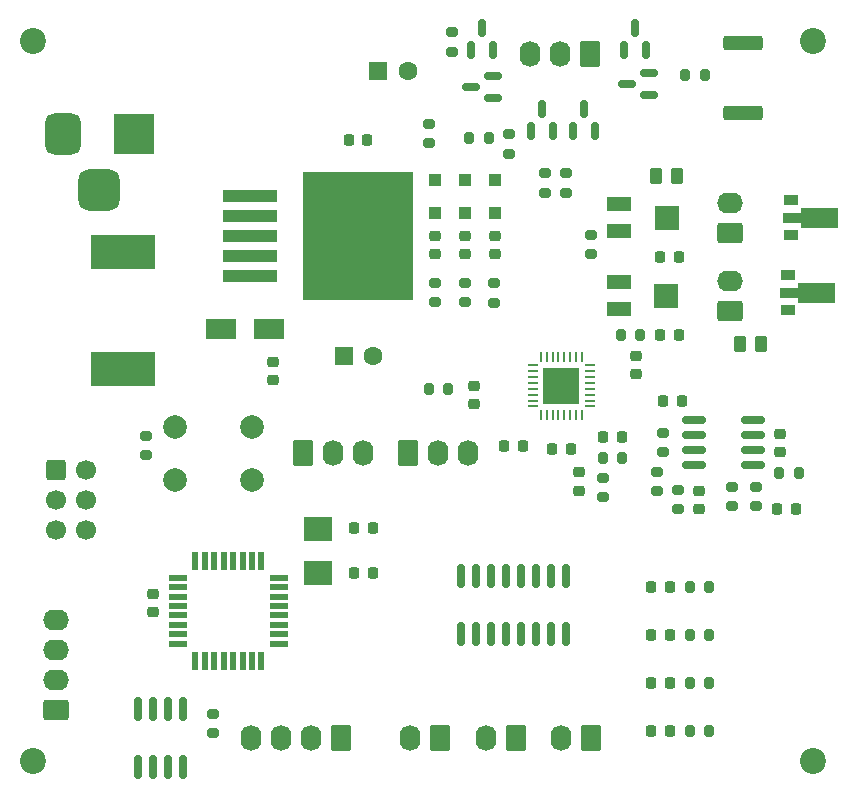
<source format=gbr>
%TF.GenerationSoftware,KiCad,Pcbnew,6.0.11+dfsg-1~bpo11+1*%
%TF.CreationDate,2023-02-26T16:43:03+01:00*%
%TF.ProjectId,gun_board,67756e5f-626f-4617-9264-2e6b69636164,rev?*%
%TF.SameCoordinates,PX6940178PY3a87660*%
%TF.FileFunction,Soldermask,Top*%
%TF.FilePolarity,Negative*%
%FSLAX46Y46*%
G04 Gerber Fmt 4.6, Leading zero omitted, Abs format (unit mm)*
G04 Created by KiCad (PCBNEW 6.0.11+dfsg-1~bpo11+1) date 2023-02-26 16:43:03*
%MOMM*%
%LPD*%
G01*
G04 APERTURE LIST*
G04 Aperture macros list*
%AMRoundRect*
0 Rectangle with rounded corners*
0 $1 Rounding radius*
0 $2 $3 $4 $5 $6 $7 $8 $9 X,Y pos of 4 corners*
0 Add a 4 corners polygon primitive as box body*
4,1,4,$2,$3,$4,$5,$6,$7,$8,$9,$2,$3,0*
0 Add four circle primitives for the rounded corners*
1,1,$1+$1,$2,$3*
1,1,$1+$1,$4,$5*
1,1,$1+$1,$6,$7*
1,1,$1+$1,$8,$9*
0 Add four rect primitives between the rounded corners*
20,1,$1+$1,$2,$3,$4,$5,0*
20,1,$1+$1,$4,$5,$6,$7,0*
20,1,$1+$1,$6,$7,$8,$9,0*
20,1,$1+$1,$8,$9,$2,$3,0*%
%AMFreePoly0*
4,1,9,3.862500,-0.866500,0.737500,-0.866500,0.737500,-0.450000,-0.737500,-0.450000,-0.737500,0.450000,0.737500,0.450000,0.737500,0.866500,3.862500,0.866500,3.862500,-0.866500,3.862500,-0.866500,$1*%
G04 Aperture macros list end*
%ADD10R,3.500000X3.500000*%
%ADD11RoundRect,0.750000X-0.750000X-1.000000X0.750000X-1.000000X0.750000X1.000000X-0.750000X1.000000X0*%
%ADD12RoundRect,0.875000X-0.875000X-0.875000X0.875000X-0.875000X0.875000X0.875000X-0.875000X0.875000X0*%
%ADD13R,1.600000X1.600000*%
%ADD14C,1.600000*%
%ADD15RoundRect,0.225000X-0.225000X-0.250000X0.225000X-0.250000X0.225000X0.250000X-0.225000X0.250000X0*%
%ADD16RoundRect,0.200000X-0.275000X0.200000X-0.275000X-0.200000X0.275000X-0.200000X0.275000X0.200000X0*%
%ADD17RoundRect,0.250000X0.620000X0.845000X-0.620000X0.845000X-0.620000X-0.845000X0.620000X-0.845000X0*%
%ADD18O,1.740000X2.190000*%
%ADD19RoundRect,0.200000X-0.200000X-0.275000X0.200000X-0.275000X0.200000X0.275000X-0.200000X0.275000X0*%
%ADD20R,1.100000X1.100000*%
%ADD21R,1.300000X0.900000*%
%ADD22FreePoly0,0.000000*%
%ADD23RoundRect,0.250000X0.262500X0.450000X-0.262500X0.450000X-0.262500X-0.450000X0.262500X-0.450000X0*%
%ADD24RoundRect,0.200000X0.275000X-0.200000X0.275000X0.200000X-0.275000X0.200000X-0.275000X-0.200000X0*%
%ADD25RoundRect,0.225000X-0.250000X0.225000X-0.250000X-0.225000X0.250000X-0.225000X0.250000X0.225000X0*%
%ADD26RoundRect,0.062500X-0.062500X0.375000X-0.062500X-0.375000X0.062500X-0.375000X0.062500X0.375000X0*%
%ADD27RoundRect,0.062500X-0.375000X0.062500X-0.375000X-0.062500X0.375000X-0.062500X0.375000X0.062500X0*%
%ADD28R,3.100000X3.100000*%
%ADD29RoundRect,0.225000X0.250000X-0.225000X0.250000X0.225000X-0.250000X0.225000X-0.250000X-0.225000X0*%
%ADD30C,2.200000*%
%ADD31RoundRect,0.250000X1.425000X-0.362500X1.425000X0.362500X-1.425000X0.362500X-1.425000X-0.362500X0*%
%ADD32RoundRect,0.150000X0.587500X0.150000X-0.587500X0.150000X-0.587500X-0.150000X0.587500X-0.150000X0*%
%ADD33C,2.000000*%
%ADD34RoundRect,0.250000X0.845000X-0.620000X0.845000X0.620000X-0.845000X0.620000X-0.845000X-0.620000X0*%
%ADD35O,2.190000X1.740000*%
%ADD36R,2.500000X1.800000*%
%ADD37RoundRect,0.218750X-0.218750X-0.256250X0.218750X-0.256250X0.218750X0.256250X-0.218750X0.256250X0*%
%ADD38RoundRect,0.200000X0.200000X0.275000X-0.200000X0.275000X-0.200000X-0.275000X0.200000X-0.275000X0*%
%ADD39RoundRect,0.150000X-0.150000X0.825000X-0.150000X-0.825000X0.150000X-0.825000X0.150000X0.825000X0*%
%ADD40RoundRect,0.250000X-0.620000X-0.845000X0.620000X-0.845000X0.620000X0.845000X-0.620000X0.845000X0*%
%ADD41RoundRect,0.250000X-0.262500X-0.450000X0.262500X-0.450000X0.262500X0.450000X-0.262500X0.450000X0*%
%ADD42R,2.000000X1.300000*%
%ADD43R,2.000000X2.000000*%
%ADD44RoundRect,0.150000X-0.825000X-0.150000X0.825000X-0.150000X0.825000X0.150000X-0.825000X0.150000X0*%
%ADD45RoundRect,0.250000X-0.600000X-0.600000X0.600000X-0.600000X0.600000X0.600000X-0.600000X0.600000X0*%
%ADD46C,1.700000*%
%ADD47R,5.400000X2.900000*%
%ADD48R,2.400000X2.000000*%
%ADD49RoundRect,0.150000X0.150000X-0.587500X0.150000X0.587500X-0.150000X0.587500X-0.150000X-0.587500X0*%
%ADD50R,4.600000X1.100000*%
%ADD51R,9.400000X10.800000*%
%ADD52RoundRect,0.225000X0.225000X0.250000X-0.225000X0.250000X-0.225000X-0.250000X0.225000X-0.250000X0*%
%ADD53R,1.600000X0.550000*%
%ADD54R,0.550000X1.600000*%
G04 APERTURE END LIST*
D10*
%TO.C,J2*%
X11080000Y-10472500D03*
D11*
X5080000Y-10472500D03*
D12*
X8080000Y-15172500D03*
%TD*%
D13*
%TO.C,C6*%
X28811776Y-29210000D03*
D14*
X31311776Y-29210000D03*
%TD*%
D13*
%TO.C,C4*%
X31750000Y-5080000D03*
D14*
X34250000Y-5080000D03*
%TD*%
D15*
%TO.C,C10*%
X55613000Y-20828000D03*
X57163000Y-20828000D03*
%TD*%
D16*
%TO.C,R17*%
X50800000Y-39561000D03*
X50800000Y-41211000D03*
%TD*%
D17*
%TO.C,PIO1*%
X49784000Y-61537000D03*
D18*
X47244000Y-61537000D03*
%TD*%
D19*
%TO.C,R18*%
X50737000Y-37846000D03*
X52387000Y-37846000D03*
%TD*%
D20*
%TO.C,D6*%
X36576000Y-17148000D03*
X36576000Y-14348000D03*
%TD*%
D21*
%TO.C,Q2*%
X66422000Y-22376000D03*
D22*
X66509500Y-23876000D03*
D21*
X66422000Y-25376000D03*
%TD*%
D23*
%TO.C,R11*%
X57046500Y-13970000D03*
X55221500Y-13970000D03*
%TD*%
D24*
%TO.C,R7*%
X57150000Y-42227000D03*
X57150000Y-40577000D03*
%TD*%
D25*
%TO.C,C22*%
X41588000Y-19037000D03*
X41588000Y-20587000D03*
%TD*%
D15*
%TO.C,C1*%
X29705000Y-47625000D03*
X31255000Y-47625000D03*
%TD*%
D24*
%TO.C,R12*%
X61722000Y-41973000D03*
X61722000Y-40323000D03*
%TD*%
D26*
%TO.C,U6*%
X48994000Y-29312500D03*
X48494000Y-29312500D03*
X47994000Y-29312500D03*
X47494000Y-29312500D03*
X46994000Y-29312500D03*
X46494000Y-29312500D03*
X45994000Y-29312500D03*
X45494000Y-29312500D03*
D27*
X44806500Y-30000000D03*
X44806500Y-30500000D03*
X44806500Y-31000000D03*
X44806500Y-31500000D03*
X44806500Y-32000000D03*
X44806500Y-32500000D03*
X44806500Y-33000000D03*
X44806500Y-33500000D03*
D26*
X45494000Y-34187500D03*
X45994000Y-34187500D03*
X46494000Y-34187500D03*
X46994000Y-34187500D03*
X47494000Y-34187500D03*
X47994000Y-34187500D03*
X48494000Y-34187500D03*
X48994000Y-34187500D03*
D27*
X49681500Y-33500000D03*
X49681500Y-33000000D03*
X49681500Y-32500000D03*
X49681500Y-32000000D03*
X49681500Y-31500000D03*
X49681500Y-31000000D03*
X49681500Y-30500000D03*
X49681500Y-30000000D03*
D28*
X47244000Y-31750000D03*
%TD*%
D29*
%TO.C,C18*%
X53594000Y-30747000D03*
X53594000Y-29197000D03*
%TD*%
D30*
%TO.C,REF\u002A\u002A*%
X68580000Y-2540000D03*
%TD*%
D17*
%TO.C,PIO2*%
X43372000Y-61537000D03*
D18*
X40832000Y-61537000D03*
%TD*%
D31*
%TO.C,R27*%
X62611000Y-8646500D03*
X62611000Y-2721500D03*
%TD*%
D24*
%TO.C,R22*%
X42799000Y-12097000D03*
X42799000Y-10447000D03*
%TD*%
D32*
%TO.C,Q3*%
X41450500Y-7396000D03*
X41450500Y-5496000D03*
X39575500Y-6446000D03*
%TD*%
D24*
%TO.C,R13*%
X63754000Y-41973000D03*
X63754000Y-40323000D03*
%TD*%
D33*
%TO.C,RESET*%
X21030000Y-35215000D03*
X14530000Y-35215000D03*
X21030000Y-39715000D03*
X14530000Y-39715000D03*
%TD*%
D34*
%TO.C,DCM2*%
X61508000Y-25400000D03*
D35*
X61508000Y-22860000D03*
%TD*%
D36*
%TO.C,D1*%
X18460320Y-26976380D03*
X22460320Y-26976380D03*
%TD*%
D25*
%TO.C,C21*%
X39116000Y-19037000D03*
X39116000Y-20587000D03*
%TD*%
D29*
%TO.C,C7*%
X22860000Y-31255000D03*
X22860000Y-29705000D03*
%TD*%
D15*
%TO.C,C13*%
X55626000Y-27432000D03*
X57176000Y-27432000D03*
%TD*%
D16*
%TO.C,R20*%
X36068000Y-9589000D03*
X36068000Y-11239000D03*
%TD*%
D37*
%TO.C,5V power*%
X54838500Y-52832000D03*
X56413500Y-52832000D03*
%TD*%
D38*
%TO.C,R15*%
X53911000Y-27432000D03*
X52261000Y-27432000D03*
%TD*%
D39*
%TO.C,U3*%
X15240000Y-59120000D03*
X13970000Y-59120000D03*
X12700000Y-59120000D03*
X11430000Y-59120000D03*
X11430000Y-64070000D03*
X12700000Y-64070000D03*
X13970000Y-64070000D03*
X15240000Y-64070000D03*
%TD*%
D38*
%TO.C,R2*%
X59753000Y-52832000D03*
X58103000Y-52832000D03*
%TD*%
D25*
%TO.C,C15*%
X48768000Y-39090000D03*
X48768000Y-40640000D03*
%TD*%
D24*
%TO.C,R23*%
X47625000Y-15399000D03*
X47625000Y-13749000D03*
%TD*%
D40*
%TO.C,SERVO 2*%
X25400000Y-37465000D03*
D18*
X27940000Y-37465000D03*
X30480000Y-37465000D03*
%TD*%
D15*
%TO.C,C11*%
X65519000Y-42164000D03*
X67069000Y-42164000D03*
%TD*%
D30*
%TO.C,REF\u002A\u002A*%
X68580000Y-63500000D03*
%TD*%
D41*
%TO.C,R16*%
X62333500Y-28194000D03*
X64158500Y-28194000D03*
%TD*%
D38*
%TO.C,R1*%
X59753000Y-48768000D03*
X58103000Y-48768000D03*
%TD*%
D37*
%TO.C,5V logic*%
X54838500Y-56896000D03*
X56413500Y-56896000D03*
%TD*%
D38*
%TO.C,R21*%
X41084000Y-10764000D03*
X39434000Y-10764000D03*
%TD*%
D25*
%TO.C,C19*%
X39878000Y-31750000D03*
X39878000Y-33300000D03*
%TD*%
D38*
%TO.C,R4*%
X59753000Y-56896000D03*
X58103000Y-56896000D03*
%TD*%
D25*
%TO.C,C2*%
X12700000Y-49390000D03*
X12700000Y-50940000D03*
%TD*%
D15*
%TO.C,C3*%
X29705000Y-43815000D03*
X31255000Y-43815000D03*
%TD*%
D42*
%TO.C,RV1*%
X52154000Y-16376000D03*
D43*
X56154000Y-17526000D03*
D42*
X52154000Y-18676000D03*
%TD*%
D44*
%TO.C,U4*%
X58485000Y-34671000D03*
X58485000Y-35941000D03*
X58485000Y-37211000D03*
X58485000Y-38481000D03*
X63435000Y-38481000D03*
X63435000Y-37211000D03*
X63435000Y-35941000D03*
X63435000Y-34671000D03*
%TD*%
D24*
%TO.C,R10*%
X49784000Y-20637000D03*
X49784000Y-18987000D03*
%TD*%
D45*
%TO.C,ISP*%
X4445000Y-38857000D03*
D46*
X6985000Y-38857000D03*
X4445000Y-41397000D03*
X6985000Y-41397000D03*
X4445000Y-43937000D03*
X6985000Y-43937000D03*
%TD*%
D24*
%TO.C,R8*%
X55372000Y-40703000D03*
X55372000Y-39053000D03*
%TD*%
D42*
%TO.C,RV2*%
X52122000Y-22980000D03*
D43*
X56122000Y-24130000D03*
D42*
X52122000Y-25280000D03*
%TD*%
D24*
%TO.C,R9*%
X55880000Y-37401000D03*
X55880000Y-35751000D03*
%TD*%
D19*
%TO.C,R14*%
X65691000Y-39116000D03*
X67341000Y-39116000D03*
%TD*%
D47*
%TO.C,L2*%
X10160000Y-20450000D03*
X10160000Y-30350000D03*
%TD*%
D24*
%TO.C,R6*%
X12065000Y-37655000D03*
X12065000Y-36005000D03*
%TD*%
D48*
%TO.C,Y1*%
X26670000Y-47570000D03*
X26670000Y-43870000D03*
%TD*%
D49*
%TO.C,Q4*%
X39563000Y-3319500D03*
X41463000Y-3319500D03*
X40513000Y-1444500D03*
%TD*%
D50*
%TO.C,U1*%
X20895000Y-15650000D03*
X20895000Y-17350000D03*
X20895000Y-19050000D03*
D51*
X30045000Y-19050000D03*
D50*
X20895000Y-20750000D03*
X20895000Y-22450000D03*
%TD*%
D40*
%TO.C,SERVO 1*%
X34290000Y-37465000D03*
D18*
X36830000Y-37465000D03*
X39370000Y-37465000D03*
%TD*%
D16*
%TO.C,R30*%
X41557200Y-23076400D03*
X41557200Y-24726400D03*
%TD*%
D17*
%TO.C,RS485*%
X28575000Y-61575000D03*
D18*
X26035000Y-61575000D03*
X23495000Y-61575000D03*
X20955000Y-61575000D03*
%TD*%
D52*
%TO.C,C16*%
X43955000Y-36830000D03*
X42405000Y-36830000D03*
%TD*%
D17*
%TO.C,BLDC*%
X49657000Y-3652000D03*
D18*
X47117000Y-3652000D03*
X44577000Y-3652000D03*
%TD*%
D38*
%TO.C,R24*%
X59372000Y-5430000D03*
X57722000Y-5430000D03*
%TD*%
D39*
%TO.C,U5*%
X47625000Y-47817000D03*
X46355000Y-47817000D03*
X45085000Y-47817000D03*
X43815000Y-47817000D03*
X42545000Y-47817000D03*
X41275000Y-47817000D03*
X40005000Y-47817000D03*
X38735000Y-47817000D03*
X38735000Y-52767000D03*
X40005000Y-52767000D03*
X41275000Y-52767000D03*
X42545000Y-52767000D03*
X43815000Y-52767000D03*
X45085000Y-52767000D03*
X46355000Y-52767000D03*
X47625000Y-52767000D03*
%TD*%
D15*
%TO.C,C5*%
X29235000Y-10960000D03*
X30785000Y-10960000D03*
%TD*%
D25*
%TO.C,C20*%
X36576000Y-19037000D03*
X36576000Y-20587000D03*
%TD*%
D24*
%TO.C,R25*%
X45847000Y-15399000D03*
X45847000Y-13749000D03*
%TD*%
D38*
%TO.C,R5*%
X59753000Y-60960000D03*
X58103000Y-60960000D03*
%TD*%
D24*
%TO.C,R3*%
X17780000Y-61150000D03*
X17780000Y-59500000D03*
%TD*%
D16*
%TO.C,R26*%
X37973000Y-1811000D03*
X37973000Y-3461000D03*
%TD*%
D37*
%TO.C,12V*%
X54838500Y-48768000D03*
X56413500Y-48768000D03*
%TD*%
D21*
%TO.C,Q1*%
X66676000Y-16026000D03*
D22*
X66763500Y-17526000D03*
D21*
X66676000Y-19026000D03*
%TD*%
D32*
%TO.C,Q7*%
X54658500Y-7142000D03*
X54658500Y-5242000D03*
X52783500Y-6192000D03*
%TD*%
D34*
%TO.C,DCM1*%
X61488000Y-18796000D03*
D35*
X61488000Y-16256000D03*
%TD*%
D30*
%TO.C,REF\u002A\u002A*%
X2540000Y-63500000D03*
%TD*%
D34*
%TO.C,I2C*%
X4445000Y-59182000D03*
D35*
X4445000Y-56642000D03*
X4445000Y-54102000D03*
X4445000Y-51562000D03*
%TD*%
D16*
%TO.C,R28*%
X36576000Y-23051000D03*
X36576000Y-24701000D03*
%TD*%
D19*
%TO.C,R19*%
X36005000Y-32004000D03*
X37655000Y-32004000D03*
%TD*%
D17*
%TO.C,PIO3*%
X36957000Y-61537000D03*
D18*
X34417000Y-61537000D03*
%TD*%
D15*
%TO.C,C14*%
X50787000Y-36068000D03*
X52337000Y-36068000D03*
%TD*%
%TO.C,C17*%
X46469000Y-37084000D03*
X48019000Y-37084000D03*
%TD*%
D53*
%TO.C,U2*%
X23300000Y-53600000D03*
X23300000Y-52800000D03*
X23300000Y-52000000D03*
X23300000Y-51200000D03*
X23300000Y-50400000D03*
X23300000Y-49600000D03*
X23300000Y-48800000D03*
X23300000Y-48000000D03*
D54*
X21850000Y-46550000D03*
X21050000Y-46550000D03*
X20250000Y-46550000D03*
X19450000Y-46550000D03*
X18650000Y-46550000D03*
X17850000Y-46550000D03*
X17050000Y-46550000D03*
X16250000Y-46550000D03*
D53*
X14800000Y-48000000D03*
X14800000Y-48800000D03*
X14800000Y-49600000D03*
X14800000Y-50400000D03*
X14800000Y-51200000D03*
X14800000Y-52000000D03*
X14800000Y-52800000D03*
X14800000Y-53600000D03*
D54*
X16250000Y-55050000D03*
X17050000Y-55050000D03*
X17850000Y-55050000D03*
X18650000Y-55050000D03*
X19450000Y-55050000D03*
X20250000Y-55050000D03*
X21050000Y-55050000D03*
X21850000Y-55050000D03*
%TD*%
D25*
%TO.C,C8*%
X58928000Y-40627000D03*
X58928000Y-42177000D03*
%TD*%
D49*
%TO.C,Q6*%
X48199000Y-10177500D03*
X50099000Y-10177500D03*
X49149000Y-8302500D03*
%TD*%
D16*
%TO.C,R29*%
X39116000Y-23051000D03*
X39116000Y-24701000D03*
%TD*%
D37*
%TO.C,STATUS*%
X54838500Y-60960000D03*
X56413500Y-60960000D03*
%TD*%
D20*
%TO.C,D7*%
X39116000Y-17148000D03*
X39116000Y-14348000D03*
%TD*%
D49*
%TO.C,Q8*%
X52517000Y-3319500D03*
X54417000Y-3319500D03*
X53467000Y-1444500D03*
%TD*%
%TO.C,Q5*%
X44643000Y-10177500D03*
X46543000Y-10177500D03*
X45593000Y-8302500D03*
%TD*%
D30*
%TO.C,REF\u002A\u002A*%
X2540000Y-2540000D03*
%TD*%
D20*
%TO.C,D8*%
X41588000Y-17148000D03*
X41588000Y-14348000D03*
%TD*%
D25*
%TO.C,C12*%
X65786000Y-35801000D03*
X65786000Y-37351000D03*
%TD*%
D52*
%TO.C,C9*%
X57417000Y-33020000D03*
X55867000Y-33020000D03*
%TD*%
M02*

</source>
